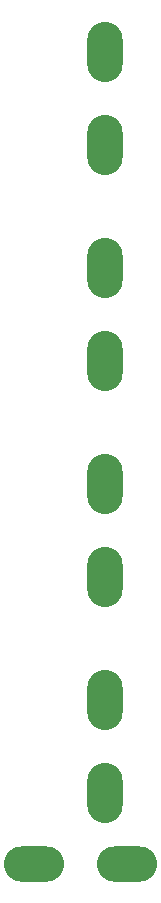
<source format=gbp>
G04 #@! TF.GenerationSoftware,KiCad,Pcbnew,7.0.7*
G04 #@! TF.CreationDate,2024-04-12T20:50:38-05:00*
G04 #@! TF.ProjectId,Science_Actuation,53636965-6e63-4655-9f41-637475617469,rev?*
G04 #@! TF.SameCoordinates,Original*
G04 #@! TF.FileFunction,Paste,Bot*
G04 #@! TF.FilePolarity,Positive*
%FSLAX46Y46*%
G04 Gerber Fmt 4.6, Leading zero omitted, Abs format (unit mm)*
G04 Created by KiCad (PCBNEW 7.0.7) date 2024-04-12 20:50:38*
%MOMM*%
%LPD*%
G01*
G04 APERTURE LIST*
%ADD10O,5.100000X3.000000*%
%ADD11O,3.000000X5.100000*%
G04 APERTURE END LIST*
D10*
X100626297Y-130366800D03*
X92752297Y-130366800D03*
D11*
X98783497Y-124333000D03*
X98783497Y-116459000D03*
X98783497Y-69469000D03*
X98783497Y-61595000D03*
X98783497Y-87757000D03*
X98783497Y-79883000D03*
X98783497Y-106045000D03*
X98783497Y-98171000D03*
M02*

</source>
